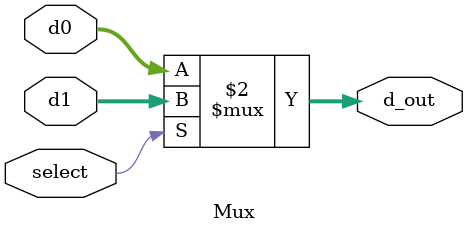
<source format=v>
`timescale 1ns / 1ps


module Mux #(parameter XLEN =32)
            
            (input [XLEN-1:0] d0,d1,
             input select,
             output reg [XLEN-1:0] d_out
            );
initial          
d_out[XLEN-1:0] <= select ? d1[XLEN-1:0]:d0[XLEN-1:0] ;

endmodule

</source>
